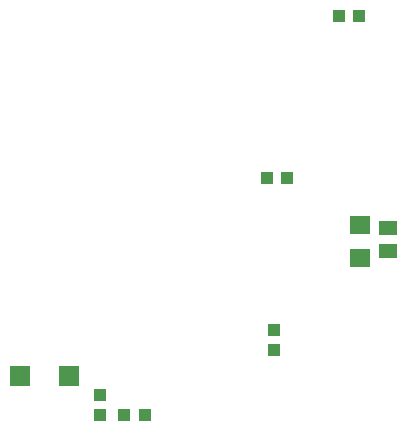
<source format=gbr>
G04 EAGLE Gerber X2 export*
%TF.Part,Single*%
%TF.FileFunction,Paste,Bot*%
%TF.FilePolarity,Positive*%
%TF.GenerationSoftware,Autodesk,EAGLE,9.1.3*%
%TF.CreationDate,2018-11-21T18:37:06Z*%
G75*
%MOMM*%
%FSLAX34Y34*%
%LPD*%
%AMOC8*
5,1,8,0,0,1.08239X$1,22.5*%
G01*
%ADD10R,1.000000X1.100000*%
%ADD11R,1.100000X1.000000*%
%ADD12R,1.800000X1.600000*%
%ADD13R,1.500000X1.300000*%
%ADD14R,1.800000X1.700000*%


D10*
X339480Y367030D03*
X356480Y367030D03*
X278520Y229870D03*
X295520Y229870D03*
D11*
X137160Y29600D03*
X137160Y46600D03*
D10*
X174870Y29210D03*
X157870Y29210D03*
D12*
X356870Y190530D03*
X356870Y162530D03*
D13*
X381000Y187300D03*
X381000Y168300D03*
D14*
X110670Y62230D03*
X69670Y62230D03*
D11*
X284480Y84210D03*
X284480Y101210D03*
M02*

</source>
